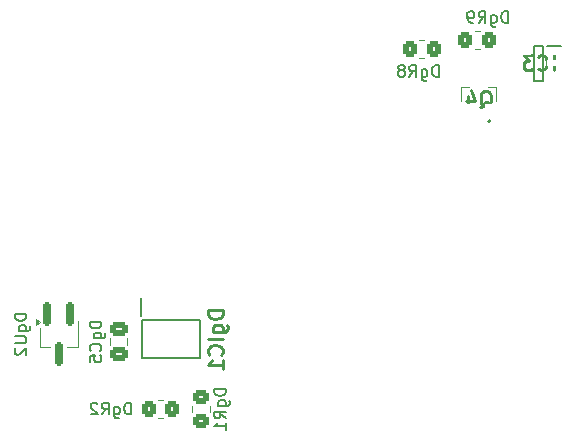
<source format=gbo>
%TF.GenerationSoftware,KiCad,Pcbnew,8.0.8*%
%TF.CreationDate,2025-04-29T10:44:01+09:00*%
%TF.ProjectId,mainBorad_R1,6d61696e-426f-4726-9164-5f52312e6b69,rev?*%
%TF.SameCoordinates,Original*%
%TF.FileFunction,Legend,Bot*%
%TF.FilePolarity,Positive*%
%FSLAX46Y46*%
G04 Gerber Fmt 4.6, Leading zero omitted, Abs format (unit mm)*
G04 Created by KiCad (PCBNEW 8.0.8) date 2025-04-29 10:44:01*
%MOMM*%
%LPD*%
G01*
G04 APERTURE LIST*
G04 Aperture macros list*
%AMRoundRect*
0 Rectangle with rounded corners*
0 $1 Rounding radius*
0 $2 $3 $4 $5 $6 $7 $8 $9 X,Y pos of 4 corners*
0 Add a 4 corners polygon primitive as box body*
4,1,4,$2,$3,$4,$5,$6,$7,$8,$9,$2,$3,0*
0 Add four circle primitives for the rounded corners*
1,1,$1+$1,$2,$3*
1,1,$1+$1,$4,$5*
1,1,$1+$1,$6,$7*
1,1,$1+$1,$8,$9*
0 Add four rect primitives between the rounded corners*
20,1,$1+$1,$2,$3,$4,$5,0*
20,1,$1+$1,$4,$5,$6,$7,0*
20,1,$1+$1,$6,$7,$8,$9,0*
20,1,$1+$1,$8,$9,$2,$3,0*%
G04 Aperture macros list end*
%ADD10C,0.254000*%
%ADD11C,0.150000*%
%ADD12C,0.200000*%
%ADD13C,0.100000*%
%ADD14C,0.120000*%
%ADD15R,0.950000X1.000000*%
%ADD16R,1.305000X1.305000*%
%ADD17C,1.305000*%
%ADD18R,1.150000X0.600000*%
%ADD19C,2.450000*%
%ADD20C,2.300000*%
%ADD21C,1.600000*%
%ADD22O,1.600000X1.600000*%
%ADD23R,1.600000X1.600000*%
%ADD24R,1.600000X2.400000*%
%ADD25O,1.600000X2.400000*%
%ADD26R,1.217000X1.217000*%
%ADD27C,1.217000*%
%ADD28R,1.800000X1.800000*%
%ADD29O,1.800000X1.800000*%
%ADD30C,1.800000*%
%ADD31C,4.455000*%
%ADD32R,1.100000X1.800000*%
%ADD33RoundRect,0.275000X-0.275000X-0.625000X0.275000X-0.625000X0.275000X0.625000X-0.275000X0.625000X0*%
%ADD34R,1.200000X1.200000*%
%ADD35C,1.200000*%
%ADD36R,2.400000X1.600000*%
%ADD37O,2.400000X1.600000*%
%ADD38R,1.700000X1.700000*%
%ADD39O,1.700000X1.700000*%
%ADD40R,1.800000X1.100000*%
%ADD41RoundRect,0.275000X-0.625000X0.275000X-0.625000X-0.275000X0.625000X-0.275000X0.625000X0.275000X0*%
%ADD42C,1.635000*%
%ADD43R,2.200000X2.200000*%
%ADD44O,2.200000X2.200000*%
%ADD45RoundRect,0.275000X0.625000X-0.275000X0.625000X0.275000X-0.625000X0.275000X-0.625000X-0.275000X0*%
%ADD46RoundRect,0.275000X0.275000X0.625000X-0.275000X0.625000X-0.275000X-0.625000X0.275000X-0.625000X0*%
%ADD47RoundRect,0.250000X-0.600000X-0.725000X0.600000X-0.725000X0.600000X0.725000X-0.600000X0.725000X0*%
%ADD48O,1.700000X1.950000*%
%ADD49R,2.250000X2.250000*%
%ADD50C,2.250000*%
%ADD51R,1.500000X1.500000*%
%ADD52C,1.500000*%
%ADD53C,4.350000*%
%ADD54C,2.400000*%
%ADD55C,1.575000*%
%ADD56C,3.500000*%
%ADD57R,2.000000X1.905000*%
%ADD58O,2.000000X1.905000*%
%ADD59R,3.500000X3.500000*%
%ADD60RoundRect,0.750000X-1.000000X0.750000X-1.000000X-0.750000X1.000000X-0.750000X1.000000X0.750000X0*%
%ADD61RoundRect,0.875000X-0.875000X0.875000X-0.875000X-0.875000X0.875000X-0.875000X0.875000X0.875000X0*%
%ADD62R,2.000000X2.000000*%
%ADD63C,2.000000*%
%ADD64RoundRect,0.250000X0.350000X0.450000X-0.350000X0.450000X-0.350000X-0.450000X0.350000X-0.450000X0*%
%ADD65RoundRect,0.250000X0.450000X-0.350000X0.450000X0.350000X-0.450000X0.350000X-0.450000X-0.350000X0*%
%ADD66RoundRect,0.250000X0.475000X-0.337500X0.475000X0.337500X-0.475000X0.337500X-0.475000X-0.337500X0*%
%ADD67RoundRect,0.250000X-0.350000X-0.450000X0.350000X-0.450000X0.350000X0.450000X-0.350000X0.450000X0*%
%ADD68RoundRect,0.175000X-0.175000X0.825000X-0.175000X-0.825000X0.175000X-0.825000X0.175000X0.825000X0*%
%ADD69R,0.650000X1.551000*%
G04 APERTURE END LIST*
D10*
X112515952Y-44950270D02*
X112636904Y-44889794D01*
X112636904Y-44889794D02*
X112757857Y-44768842D01*
X112757857Y-44768842D02*
X112939285Y-44587413D01*
X112939285Y-44587413D02*
X113060238Y-44526937D01*
X113060238Y-44526937D02*
X113181190Y-44526937D01*
X113120714Y-44829318D02*
X113241666Y-44768842D01*
X113241666Y-44768842D02*
X113362619Y-44647889D01*
X113362619Y-44647889D02*
X113423095Y-44405984D01*
X113423095Y-44405984D02*
X113423095Y-43982651D01*
X113423095Y-43982651D02*
X113362619Y-43740746D01*
X113362619Y-43740746D02*
X113241666Y-43619794D01*
X113241666Y-43619794D02*
X113120714Y-43559318D01*
X113120714Y-43559318D02*
X112878809Y-43559318D01*
X112878809Y-43559318D02*
X112757857Y-43619794D01*
X112757857Y-43619794D02*
X112636904Y-43740746D01*
X112636904Y-43740746D02*
X112576428Y-43982651D01*
X112576428Y-43982651D02*
X112576428Y-44405984D01*
X112576428Y-44405984D02*
X112636904Y-44647889D01*
X112636904Y-44647889D02*
X112757857Y-44768842D01*
X112757857Y-44768842D02*
X112878809Y-44829318D01*
X112878809Y-44829318D02*
X113120714Y-44829318D01*
X111487857Y-43982651D02*
X111487857Y-44829318D01*
X111790238Y-43498842D02*
X112092619Y-44405984D01*
X112092619Y-44405984D02*
X111306428Y-44405984D01*
X118744762Y-41789318D02*
X118744762Y-40519318D01*
X117414285Y-41668365D02*
X117474761Y-41728842D01*
X117474761Y-41728842D02*
X117656190Y-41789318D01*
X117656190Y-41789318D02*
X117777142Y-41789318D01*
X117777142Y-41789318D02*
X117958571Y-41728842D01*
X117958571Y-41728842D02*
X118079523Y-41607889D01*
X118079523Y-41607889D02*
X118140000Y-41486937D01*
X118140000Y-41486937D02*
X118200476Y-41245032D01*
X118200476Y-41245032D02*
X118200476Y-41063603D01*
X118200476Y-41063603D02*
X118140000Y-40821699D01*
X118140000Y-40821699D02*
X118079523Y-40700746D01*
X118079523Y-40700746D02*
X117958571Y-40579794D01*
X117958571Y-40579794D02*
X117777142Y-40519318D01*
X117777142Y-40519318D02*
X117656190Y-40519318D01*
X117656190Y-40519318D02*
X117474761Y-40579794D01*
X117474761Y-40579794D02*
X117414285Y-40640270D01*
X116990952Y-40519318D02*
X116204761Y-40519318D01*
X116204761Y-40519318D02*
X116628095Y-41003127D01*
X116628095Y-41003127D02*
X116446666Y-41003127D01*
X116446666Y-41003127D02*
X116325714Y-41063603D01*
X116325714Y-41063603D02*
X116265238Y-41124080D01*
X116265238Y-41124080D02*
X116204761Y-41245032D01*
X116204761Y-41245032D02*
X116204761Y-41547413D01*
X116204761Y-41547413D02*
X116265238Y-41668365D01*
X116265238Y-41668365D02*
X116325714Y-41728842D01*
X116325714Y-41728842D02*
X116446666Y-41789318D01*
X116446666Y-41789318D02*
X116809523Y-41789318D01*
X116809523Y-41789318D02*
X116930476Y-41728842D01*
X116930476Y-41728842D02*
X116990952Y-41668365D01*
D11*
X109005475Y-42364819D02*
X109005475Y-41364819D01*
X109005475Y-41364819D02*
X108767380Y-41364819D01*
X108767380Y-41364819D02*
X108624523Y-41412438D01*
X108624523Y-41412438D02*
X108529285Y-41507676D01*
X108529285Y-41507676D02*
X108481666Y-41602914D01*
X108481666Y-41602914D02*
X108434047Y-41793390D01*
X108434047Y-41793390D02*
X108434047Y-41936247D01*
X108434047Y-41936247D02*
X108481666Y-42126723D01*
X108481666Y-42126723D02*
X108529285Y-42221961D01*
X108529285Y-42221961D02*
X108624523Y-42317200D01*
X108624523Y-42317200D02*
X108767380Y-42364819D01*
X108767380Y-42364819D02*
X109005475Y-42364819D01*
X107576904Y-41698152D02*
X107576904Y-42507676D01*
X107576904Y-42507676D02*
X107624523Y-42602914D01*
X107624523Y-42602914D02*
X107672142Y-42650533D01*
X107672142Y-42650533D02*
X107767380Y-42698152D01*
X107767380Y-42698152D02*
X107910237Y-42698152D01*
X107910237Y-42698152D02*
X108005475Y-42650533D01*
X107576904Y-42317200D02*
X107672142Y-42364819D01*
X107672142Y-42364819D02*
X107862618Y-42364819D01*
X107862618Y-42364819D02*
X107957856Y-42317200D01*
X107957856Y-42317200D02*
X108005475Y-42269580D01*
X108005475Y-42269580D02*
X108053094Y-42174342D01*
X108053094Y-42174342D02*
X108053094Y-41888628D01*
X108053094Y-41888628D02*
X108005475Y-41793390D01*
X108005475Y-41793390D02*
X107957856Y-41745771D01*
X107957856Y-41745771D02*
X107862618Y-41698152D01*
X107862618Y-41698152D02*
X107672142Y-41698152D01*
X107672142Y-41698152D02*
X107576904Y-41745771D01*
X106529285Y-42364819D02*
X106862618Y-41888628D01*
X107100713Y-42364819D02*
X107100713Y-41364819D01*
X107100713Y-41364819D02*
X106719761Y-41364819D01*
X106719761Y-41364819D02*
X106624523Y-41412438D01*
X106624523Y-41412438D02*
X106576904Y-41460057D01*
X106576904Y-41460057D02*
X106529285Y-41555295D01*
X106529285Y-41555295D02*
X106529285Y-41698152D01*
X106529285Y-41698152D02*
X106576904Y-41793390D01*
X106576904Y-41793390D02*
X106624523Y-41841009D01*
X106624523Y-41841009D02*
X106719761Y-41888628D01*
X106719761Y-41888628D02*
X107100713Y-41888628D01*
X105957856Y-41793390D02*
X106053094Y-41745771D01*
X106053094Y-41745771D02*
X106100713Y-41698152D01*
X106100713Y-41698152D02*
X106148332Y-41602914D01*
X106148332Y-41602914D02*
X106148332Y-41555295D01*
X106148332Y-41555295D02*
X106100713Y-41460057D01*
X106100713Y-41460057D02*
X106053094Y-41412438D01*
X106053094Y-41412438D02*
X105957856Y-41364819D01*
X105957856Y-41364819D02*
X105767380Y-41364819D01*
X105767380Y-41364819D02*
X105672142Y-41412438D01*
X105672142Y-41412438D02*
X105624523Y-41460057D01*
X105624523Y-41460057D02*
X105576904Y-41555295D01*
X105576904Y-41555295D02*
X105576904Y-41602914D01*
X105576904Y-41602914D02*
X105624523Y-41698152D01*
X105624523Y-41698152D02*
X105672142Y-41745771D01*
X105672142Y-41745771D02*
X105767380Y-41793390D01*
X105767380Y-41793390D02*
X105957856Y-41793390D01*
X105957856Y-41793390D02*
X106053094Y-41841009D01*
X106053094Y-41841009D02*
X106100713Y-41888628D01*
X106100713Y-41888628D02*
X106148332Y-41983866D01*
X106148332Y-41983866D02*
X106148332Y-42174342D01*
X106148332Y-42174342D02*
X106100713Y-42269580D01*
X106100713Y-42269580D02*
X106053094Y-42317200D01*
X106053094Y-42317200D02*
X105957856Y-42364819D01*
X105957856Y-42364819D02*
X105767380Y-42364819D01*
X105767380Y-42364819D02*
X105672142Y-42317200D01*
X105672142Y-42317200D02*
X105624523Y-42269580D01*
X105624523Y-42269580D02*
X105576904Y-42174342D01*
X105576904Y-42174342D02*
X105576904Y-41983866D01*
X105576904Y-41983866D02*
X105624523Y-41888628D01*
X105624523Y-41888628D02*
X105672142Y-41841009D01*
X105672142Y-41841009D02*
X105767380Y-41793390D01*
X91004819Y-68794524D02*
X90004819Y-68794524D01*
X90004819Y-68794524D02*
X90004819Y-69032619D01*
X90004819Y-69032619D02*
X90052438Y-69175476D01*
X90052438Y-69175476D02*
X90147676Y-69270714D01*
X90147676Y-69270714D02*
X90242914Y-69318333D01*
X90242914Y-69318333D02*
X90433390Y-69365952D01*
X90433390Y-69365952D02*
X90576247Y-69365952D01*
X90576247Y-69365952D02*
X90766723Y-69318333D01*
X90766723Y-69318333D02*
X90861961Y-69270714D01*
X90861961Y-69270714D02*
X90957200Y-69175476D01*
X90957200Y-69175476D02*
X91004819Y-69032619D01*
X91004819Y-69032619D02*
X91004819Y-68794524D01*
X90338152Y-70223095D02*
X91147676Y-70223095D01*
X91147676Y-70223095D02*
X91242914Y-70175476D01*
X91242914Y-70175476D02*
X91290533Y-70127857D01*
X91290533Y-70127857D02*
X91338152Y-70032619D01*
X91338152Y-70032619D02*
X91338152Y-69889762D01*
X91338152Y-69889762D02*
X91290533Y-69794524D01*
X90957200Y-70223095D02*
X91004819Y-70127857D01*
X91004819Y-70127857D02*
X91004819Y-69937381D01*
X91004819Y-69937381D02*
X90957200Y-69842143D01*
X90957200Y-69842143D02*
X90909580Y-69794524D01*
X90909580Y-69794524D02*
X90814342Y-69746905D01*
X90814342Y-69746905D02*
X90528628Y-69746905D01*
X90528628Y-69746905D02*
X90433390Y-69794524D01*
X90433390Y-69794524D02*
X90385771Y-69842143D01*
X90385771Y-69842143D02*
X90338152Y-69937381D01*
X90338152Y-69937381D02*
X90338152Y-70127857D01*
X90338152Y-70127857D02*
X90385771Y-70223095D01*
X91004819Y-71270714D02*
X90528628Y-70937381D01*
X91004819Y-70699286D02*
X90004819Y-70699286D01*
X90004819Y-70699286D02*
X90004819Y-71080238D01*
X90004819Y-71080238D02*
X90052438Y-71175476D01*
X90052438Y-71175476D02*
X90100057Y-71223095D01*
X90100057Y-71223095D02*
X90195295Y-71270714D01*
X90195295Y-71270714D02*
X90338152Y-71270714D01*
X90338152Y-71270714D02*
X90433390Y-71223095D01*
X90433390Y-71223095D02*
X90481009Y-71175476D01*
X90481009Y-71175476D02*
X90528628Y-71080238D01*
X90528628Y-71080238D02*
X90528628Y-70699286D01*
X91004819Y-72223095D02*
X91004819Y-71651667D01*
X91004819Y-71937381D02*
X90004819Y-71937381D01*
X90004819Y-71937381D02*
X90147676Y-71842143D01*
X90147676Y-71842143D02*
X90242914Y-71746905D01*
X90242914Y-71746905D02*
X90290533Y-71651667D01*
X80464819Y-63079524D02*
X79464819Y-63079524D01*
X79464819Y-63079524D02*
X79464819Y-63317619D01*
X79464819Y-63317619D02*
X79512438Y-63460476D01*
X79512438Y-63460476D02*
X79607676Y-63555714D01*
X79607676Y-63555714D02*
X79702914Y-63603333D01*
X79702914Y-63603333D02*
X79893390Y-63650952D01*
X79893390Y-63650952D02*
X80036247Y-63650952D01*
X80036247Y-63650952D02*
X80226723Y-63603333D01*
X80226723Y-63603333D02*
X80321961Y-63555714D01*
X80321961Y-63555714D02*
X80417200Y-63460476D01*
X80417200Y-63460476D02*
X80464819Y-63317619D01*
X80464819Y-63317619D02*
X80464819Y-63079524D01*
X79798152Y-64508095D02*
X80607676Y-64508095D01*
X80607676Y-64508095D02*
X80702914Y-64460476D01*
X80702914Y-64460476D02*
X80750533Y-64412857D01*
X80750533Y-64412857D02*
X80798152Y-64317619D01*
X80798152Y-64317619D02*
X80798152Y-64174762D01*
X80798152Y-64174762D02*
X80750533Y-64079524D01*
X80417200Y-64508095D02*
X80464819Y-64412857D01*
X80464819Y-64412857D02*
X80464819Y-64222381D01*
X80464819Y-64222381D02*
X80417200Y-64127143D01*
X80417200Y-64127143D02*
X80369580Y-64079524D01*
X80369580Y-64079524D02*
X80274342Y-64031905D01*
X80274342Y-64031905D02*
X79988628Y-64031905D01*
X79988628Y-64031905D02*
X79893390Y-64079524D01*
X79893390Y-64079524D02*
X79845771Y-64127143D01*
X79845771Y-64127143D02*
X79798152Y-64222381D01*
X79798152Y-64222381D02*
X79798152Y-64412857D01*
X79798152Y-64412857D02*
X79845771Y-64508095D01*
X80369580Y-65555714D02*
X80417200Y-65508095D01*
X80417200Y-65508095D02*
X80464819Y-65365238D01*
X80464819Y-65365238D02*
X80464819Y-65270000D01*
X80464819Y-65270000D02*
X80417200Y-65127143D01*
X80417200Y-65127143D02*
X80321961Y-65031905D01*
X80321961Y-65031905D02*
X80226723Y-64984286D01*
X80226723Y-64984286D02*
X80036247Y-64936667D01*
X80036247Y-64936667D02*
X79893390Y-64936667D01*
X79893390Y-64936667D02*
X79702914Y-64984286D01*
X79702914Y-64984286D02*
X79607676Y-65031905D01*
X79607676Y-65031905D02*
X79512438Y-65127143D01*
X79512438Y-65127143D02*
X79464819Y-65270000D01*
X79464819Y-65270000D02*
X79464819Y-65365238D01*
X79464819Y-65365238D02*
X79512438Y-65508095D01*
X79512438Y-65508095D02*
X79560057Y-65555714D01*
X79464819Y-66460476D02*
X79464819Y-65984286D01*
X79464819Y-65984286D02*
X79941009Y-65936667D01*
X79941009Y-65936667D02*
X79893390Y-65984286D01*
X79893390Y-65984286D02*
X79845771Y-66079524D01*
X79845771Y-66079524D02*
X79845771Y-66317619D01*
X79845771Y-66317619D02*
X79893390Y-66412857D01*
X79893390Y-66412857D02*
X79941009Y-66460476D01*
X79941009Y-66460476D02*
X80036247Y-66508095D01*
X80036247Y-66508095D02*
X80274342Y-66508095D01*
X80274342Y-66508095D02*
X80369580Y-66460476D01*
X80369580Y-66460476D02*
X80417200Y-66412857D01*
X80417200Y-66412857D02*
X80464819Y-66317619D01*
X80464819Y-66317619D02*
X80464819Y-66079524D01*
X80464819Y-66079524D02*
X80417200Y-65984286D01*
X80417200Y-65984286D02*
X80369580Y-65936667D01*
X82970475Y-70939819D02*
X82970475Y-69939819D01*
X82970475Y-69939819D02*
X82732380Y-69939819D01*
X82732380Y-69939819D02*
X82589523Y-69987438D01*
X82589523Y-69987438D02*
X82494285Y-70082676D01*
X82494285Y-70082676D02*
X82446666Y-70177914D01*
X82446666Y-70177914D02*
X82399047Y-70368390D01*
X82399047Y-70368390D02*
X82399047Y-70511247D01*
X82399047Y-70511247D02*
X82446666Y-70701723D01*
X82446666Y-70701723D02*
X82494285Y-70796961D01*
X82494285Y-70796961D02*
X82589523Y-70892200D01*
X82589523Y-70892200D02*
X82732380Y-70939819D01*
X82732380Y-70939819D02*
X82970475Y-70939819D01*
X81541904Y-70273152D02*
X81541904Y-71082676D01*
X81541904Y-71082676D02*
X81589523Y-71177914D01*
X81589523Y-71177914D02*
X81637142Y-71225533D01*
X81637142Y-71225533D02*
X81732380Y-71273152D01*
X81732380Y-71273152D02*
X81875237Y-71273152D01*
X81875237Y-71273152D02*
X81970475Y-71225533D01*
X81541904Y-70892200D02*
X81637142Y-70939819D01*
X81637142Y-70939819D02*
X81827618Y-70939819D01*
X81827618Y-70939819D02*
X81922856Y-70892200D01*
X81922856Y-70892200D02*
X81970475Y-70844580D01*
X81970475Y-70844580D02*
X82018094Y-70749342D01*
X82018094Y-70749342D02*
X82018094Y-70463628D01*
X82018094Y-70463628D02*
X81970475Y-70368390D01*
X81970475Y-70368390D02*
X81922856Y-70320771D01*
X81922856Y-70320771D02*
X81827618Y-70273152D01*
X81827618Y-70273152D02*
X81637142Y-70273152D01*
X81637142Y-70273152D02*
X81541904Y-70320771D01*
X80494285Y-70939819D02*
X80827618Y-70463628D01*
X81065713Y-70939819D02*
X81065713Y-69939819D01*
X81065713Y-69939819D02*
X80684761Y-69939819D01*
X80684761Y-69939819D02*
X80589523Y-69987438D01*
X80589523Y-69987438D02*
X80541904Y-70035057D01*
X80541904Y-70035057D02*
X80494285Y-70130295D01*
X80494285Y-70130295D02*
X80494285Y-70273152D01*
X80494285Y-70273152D02*
X80541904Y-70368390D01*
X80541904Y-70368390D02*
X80589523Y-70416009D01*
X80589523Y-70416009D02*
X80684761Y-70463628D01*
X80684761Y-70463628D02*
X81065713Y-70463628D01*
X80113332Y-70035057D02*
X80065713Y-69987438D01*
X80065713Y-69987438D02*
X79970475Y-69939819D01*
X79970475Y-69939819D02*
X79732380Y-69939819D01*
X79732380Y-69939819D02*
X79637142Y-69987438D01*
X79637142Y-69987438D02*
X79589523Y-70035057D01*
X79589523Y-70035057D02*
X79541904Y-70130295D01*
X79541904Y-70130295D02*
X79541904Y-70225533D01*
X79541904Y-70225533D02*
X79589523Y-70368390D01*
X79589523Y-70368390D02*
X80160951Y-70939819D01*
X80160951Y-70939819D02*
X79541904Y-70939819D01*
X74114819Y-62420714D02*
X73114819Y-62420714D01*
X73114819Y-62420714D02*
X73114819Y-62658809D01*
X73114819Y-62658809D02*
X73162438Y-62801666D01*
X73162438Y-62801666D02*
X73257676Y-62896904D01*
X73257676Y-62896904D02*
X73352914Y-62944523D01*
X73352914Y-62944523D02*
X73543390Y-62992142D01*
X73543390Y-62992142D02*
X73686247Y-62992142D01*
X73686247Y-62992142D02*
X73876723Y-62944523D01*
X73876723Y-62944523D02*
X73971961Y-62896904D01*
X73971961Y-62896904D02*
X74067200Y-62801666D01*
X74067200Y-62801666D02*
X74114819Y-62658809D01*
X74114819Y-62658809D02*
X74114819Y-62420714D01*
X73448152Y-63849285D02*
X74257676Y-63849285D01*
X74257676Y-63849285D02*
X74352914Y-63801666D01*
X74352914Y-63801666D02*
X74400533Y-63754047D01*
X74400533Y-63754047D02*
X74448152Y-63658809D01*
X74448152Y-63658809D02*
X74448152Y-63515952D01*
X74448152Y-63515952D02*
X74400533Y-63420714D01*
X74067200Y-63849285D02*
X74114819Y-63754047D01*
X74114819Y-63754047D02*
X74114819Y-63563571D01*
X74114819Y-63563571D02*
X74067200Y-63468333D01*
X74067200Y-63468333D02*
X74019580Y-63420714D01*
X74019580Y-63420714D02*
X73924342Y-63373095D01*
X73924342Y-63373095D02*
X73638628Y-63373095D01*
X73638628Y-63373095D02*
X73543390Y-63420714D01*
X73543390Y-63420714D02*
X73495771Y-63468333D01*
X73495771Y-63468333D02*
X73448152Y-63563571D01*
X73448152Y-63563571D02*
X73448152Y-63754047D01*
X73448152Y-63754047D02*
X73495771Y-63849285D01*
X73114819Y-64325476D02*
X73924342Y-64325476D01*
X73924342Y-64325476D02*
X74019580Y-64373095D01*
X74019580Y-64373095D02*
X74067200Y-64420714D01*
X74067200Y-64420714D02*
X74114819Y-64515952D01*
X74114819Y-64515952D02*
X74114819Y-64706428D01*
X74114819Y-64706428D02*
X74067200Y-64801666D01*
X74067200Y-64801666D02*
X74019580Y-64849285D01*
X74019580Y-64849285D02*
X73924342Y-64896904D01*
X73924342Y-64896904D02*
X73114819Y-64896904D01*
X73210057Y-65325476D02*
X73162438Y-65373095D01*
X73162438Y-65373095D02*
X73114819Y-65468333D01*
X73114819Y-65468333D02*
X73114819Y-65706428D01*
X73114819Y-65706428D02*
X73162438Y-65801666D01*
X73162438Y-65801666D02*
X73210057Y-65849285D01*
X73210057Y-65849285D02*
X73305295Y-65896904D01*
X73305295Y-65896904D02*
X73400533Y-65896904D01*
X73400533Y-65896904D02*
X73543390Y-65849285D01*
X73543390Y-65849285D02*
X74114819Y-65277857D01*
X74114819Y-65277857D02*
X74114819Y-65896904D01*
D10*
X90744318Y-62128213D02*
X89474318Y-62128213D01*
X89474318Y-62128213D02*
X89474318Y-62430594D01*
X89474318Y-62430594D02*
X89534794Y-62612023D01*
X89534794Y-62612023D02*
X89655746Y-62732975D01*
X89655746Y-62732975D02*
X89776699Y-62793452D01*
X89776699Y-62793452D02*
X90018603Y-62853928D01*
X90018603Y-62853928D02*
X90200032Y-62853928D01*
X90200032Y-62853928D02*
X90441937Y-62793452D01*
X90441937Y-62793452D02*
X90562889Y-62732975D01*
X90562889Y-62732975D02*
X90683842Y-62612023D01*
X90683842Y-62612023D02*
X90744318Y-62430594D01*
X90744318Y-62430594D02*
X90744318Y-62128213D01*
X89897651Y-63942499D02*
X90925746Y-63942499D01*
X90925746Y-63942499D02*
X91046699Y-63882023D01*
X91046699Y-63882023D02*
X91107175Y-63821547D01*
X91107175Y-63821547D02*
X91167651Y-63700594D01*
X91167651Y-63700594D02*
X91167651Y-63519166D01*
X91167651Y-63519166D02*
X91107175Y-63398213D01*
X90683842Y-63942499D02*
X90744318Y-63821547D01*
X90744318Y-63821547D02*
X90744318Y-63579642D01*
X90744318Y-63579642D02*
X90683842Y-63458690D01*
X90683842Y-63458690D02*
X90623365Y-63398213D01*
X90623365Y-63398213D02*
X90502413Y-63337737D01*
X90502413Y-63337737D02*
X90139556Y-63337737D01*
X90139556Y-63337737D02*
X90018603Y-63398213D01*
X90018603Y-63398213D02*
X89958127Y-63458690D01*
X89958127Y-63458690D02*
X89897651Y-63579642D01*
X89897651Y-63579642D02*
X89897651Y-63821547D01*
X89897651Y-63821547D02*
X89958127Y-63942499D01*
X90744318Y-64547261D02*
X89474318Y-64547261D01*
X90623365Y-65877738D02*
X90683842Y-65817262D01*
X90683842Y-65817262D02*
X90744318Y-65635833D01*
X90744318Y-65635833D02*
X90744318Y-65514881D01*
X90744318Y-65514881D02*
X90683842Y-65333452D01*
X90683842Y-65333452D02*
X90562889Y-65212500D01*
X90562889Y-65212500D02*
X90441937Y-65152023D01*
X90441937Y-65152023D02*
X90200032Y-65091547D01*
X90200032Y-65091547D02*
X90018603Y-65091547D01*
X90018603Y-65091547D02*
X89776699Y-65152023D01*
X89776699Y-65152023D02*
X89655746Y-65212500D01*
X89655746Y-65212500D02*
X89534794Y-65333452D01*
X89534794Y-65333452D02*
X89474318Y-65514881D01*
X89474318Y-65514881D02*
X89474318Y-65635833D01*
X89474318Y-65635833D02*
X89534794Y-65817262D01*
X89534794Y-65817262D02*
X89595270Y-65877738D01*
X90744318Y-67087262D02*
X90744318Y-66361547D01*
X90744318Y-66724404D02*
X89474318Y-66724404D01*
X89474318Y-66724404D02*
X89655746Y-66603452D01*
X89655746Y-66603452D02*
X89776699Y-66482500D01*
X89776699Y-66482500D02*
X89837175Y-66361547D01*
D11*
X114879475Y-37792819D02*
X114879475Y-36792819D01*
X114879475Y-36792819D02*
X114641380Y-36792819D01*
X114641380Y-36792819D02*
X114498523Y-36840438D01*
X114498523Y-36840438D02*
X114403285Y-36935676D01*
X114403285Y-36935676D02*
X114355666Y-37030914D01*
X114355666Y-37030914D02*
X114308047Y-37221390D01*
X114308047Y-37221390D02*
X114308047Y-37364247D01*
X114308047Y-37364247D02*
X114355666Y-37554723D01*
X114355666Y-37554723D02*
X114403285Y-37649961D01*
X114403285Y-37649961D02*
X114498523Y-37745200D01*
X114498523Y-37745200D02*
X114641380Y-37792819D01*
X114641380Y-37792819D02*
X114879475Y-37792819D01*
X113450904Y-37126152D02*
X113450904Y-37935676D01*
X113450904Y-37935676D02*
X113498523Y-38030914D01*
X113498523Y-38030914D02*
X113546142Y-38078533D01*
X113546142Y-38078533D02*
X113641380Y-38126152D01*
X113641380Y-38126152D02*
X113784237Y-38126152D01*
X113784237Y-38126152D02*
X113879475Y-38078533D01*
X113450904Y-37745200D02*
X113546142Y-37792819D01*
X113546142Y-37792819D02*
X113736618Y-37792819D01*
X113736618Y-37792819D02*
X113831856Y-37745200D01*
X113831856Y-37745200D02*
X113879475Y-37697580D01*
X113879475Y-37697580D02*
X113927094Y-37602342D01*
X113927094Y-37602342D02*
X113927094Y-37316628D01*
X113927094Y-37316628D02*
X113879475Y-37221390D01*
X113879475Y-37221390D02*
X113831856Y-37173771D01*
X113831856Y-37173771D02*
X113736618Y-37126152D01*
X113736618Y-37126152D02*
X113546142Y-37126152D01*
X113546142Y-37126152D02*
X113450904Y-37173771D01*
X112403285Y-37792819D02*
X112736618Y-37316628D01*
X112974713Y-37792819D02*
X112974713Y-36792819D01*
X112974713Y-36792819D02*
X112593761Y-36792819D01*
X112593761Y-36792819D02*
X112498523Y-36840438D01*
X112498523Y-36840438D02*
X112450904Y-36888057D01*
X112450904Y-36888057D02*
X112403285Y-36983295D01*
X112403285Y-36983295D02*
X112403285Y-37126152D01*
X112403285Y-37126152D02*
X112450904Y-37221390D01*
X112450904Y-37221390D02*
X112498523Y-37269009D01*
X112498523Y-37269009D02*
X112593761Y-37316628D01*
X112593761Y-37316628D02*
X112974713Y-37316628D01*
X111927094Y-37792819D02*
X111736618Y-37792819D01*
X111736618Y-37792819D02*
X111641380Y-37745200D01*
X111641380Y-37745200D02*
X111593761Y-37697580D01*
X111593761Y-37697580D02*
X111498523Y-37554723D01*
X111498523Y-37554723D02*
X111450904Y-37364247D01*
X111450904Y-37364247D02*
X111450904Y-36983295D01*
X111450904Y-36983295D02*
X111498523Y-36888057D01*
X111498523Y-36888057D02*
X111546142Y-36840438D01*
X111546142Y-36840438D02*
X111641380Y-36792819D01*
X111641380Y-36792819D02*
X111831856Y-36792819D01*
X111831856Y-36792819D02*
X111927094Y-36840438D01*
X111927094Y-36840438D02*
X111974713Y-36888057D01*
X111974713Y-36888057D02*
X112022332Y-36983295D01*
X112022332Y-36983295D02*
X112022332Y-37221390D01*
X112022332Y-37221390D02*
X111974713Y-37316628D01*
X111974713Y-37316628D02*
X111927094Y-37364247D01*
X111927094Y-37364247D02*
X111831856Y-37411866D01*
X111831856Y-37411866D02*
X111641380Y-37411866D01*
X111641380Y-37411866D02*
X111546142Y-37364247D01*
X111546142Y-37364247D02*
X111498523Y-37316628D01*
X111498523Y-37316628D02*
X111450904Y-37221390D01*
D12*
%TO.C,Q4*%
X113395000Y-46105000D02*
X113395000Y-46105000D01*
X113195000Y-46105000D02*
X113195000Y-46105000D01*
D13*
X113845000Y-43255000D02*
X113845000Y-44405000D01*
X113195000Y-43255000D02*
X113845000Y-43255000D01*
X110945000Y-43255000D02*
X111595000Y-43255000D01*
X110945000Y-44405000D02*
X110945000Y-43255000D01*
D12*
X113395000Y-46105000D02*
G75*
G02*
X113195000Y-46105000I-100000J0D01*
G01*
X113195000Y-46105000D02*
G75*
G02*
X113395000Y-46105000I100000J0D01*
G01*
%TO.C,IC3*%
X117130000Y-39715000D02*
X117880000Y-39715000D01*
X117130000Y-42715000D02*
X117130000Y-39715000D01*
X117880000Y-42715000D02*
X117130000Y-42715000D01*
X117880000Y-39715000D02*
X117880000Y-42715000D01*
X118230000Y-39715000D02*
X119380000Y-39715000D01*
D14*
%TO.C,DgR8*%
X107357936Y-39270000D02*
X107812064Y-39270000D01*
X107357936Y-40740000D02*
X107812064Y-40740000D01*
%TO.C,DgR1*%
X88165000Y-70257936D02*
X88165000Y-70712064D01*
X89635000Y-70257936D02*
X89635000Y-70712064D01*
%TO.C,DgC5*%
X81180000Y-64508748D02*
X81180000Y-65031252D01*
X82650000Y-64508748D02*
X82650000Y-65031252D01*
%TO.C,DgR2*%
X85682064Y-69750000D02*
X85227936Y-69750000D01*
X85682064Y-71220000D02*
X85227936Y-71220000D01*
%TO.C,DgU2*%
X75225000Y-65210000D02*
X75225000Y-63610000D01*
X76135000Y-65210000D02*
X75235000Y-65210000D01*
X78445000Y-65210000D02*
X77535000Y-65210000D01*
X78445000Y-65210000D02*
X78445000Y-63060000D01*
X75275000Y-63110000D02*
X74945000Y-63350000D01*
X74945000Y-62870000D01*
X75275000Y-63110000D01*
G36*
X75275000Y-63110000D02*
G01*
X74945000Y-63350000D01*
X74945000Y-62870000D01*
X75275000Y-63110000D01*
G37*
D12*
%TO.C,DgIC1*%
X83780000Y-62628500D02*
X83780000Y-61077500D01*
X83916000Y-62978500D02*
X88804000Y-62978500D01*
X83916000Y-66176500D02*
X83916000Y-62978500D01*
X88804000Y-62978500D02*
X88804000Y-66176500D01*
X88804000Y-66176500D02*
X83916000Y-66176500D01*
D14*
%TO.C,DgR9*%
X112511064Y-38508000D02*
X112056936Y-38508000D01*
X112511064Y-39978000D02*
X112056936Y-39978000D01*
%TD*%
%LPC*%
D15*
%TO.C,Q4*%
X113345000Y-45205000D03*
X111445000Y-45205000D03*
X112395000Y-42805000D03*
%TD*%
D16*
%TO.C,PwIC1*%
X61595000Y-41275000D03*
D17*
X64135000Y-41275000D03*
X66675000Y-41275000D03*
%TD*%
D18*
%TO.C,IC3*%
X118805000Y-40265000D03*
X118805000Y-41215000D03*
X118805000Y-42165000D03*
X116205000Y-42165000D03*
X116205000Y-40265000D03*
%TD*%
D19*
%TO.C,DgJ13*%
X152770000Y-32805000D03*
X152220000Y-27305000D03*
X157720000Y-27305000D03*
D20*
X157170000Y-32805000D03*
%TD*%
D19*
%TO.C,DgJ12*%
X178350000Y-32805000D03*
X177800000Y-27305000D03*
X183300000Y-27305000D03*
D20*
X182750000Y-32805000D03*
%TD*%
D19*
%TO.C,DgJ11*%
X165650000Y-32805000D03*
X165100000Y-27305000D03*
X170600000Y-27305000D03*
D20*
X170050000Y-32805000D03*
%TD*%
D19*
%TO.C,DgJ9*%
X139700000Y-32805000D03*
X139150000Y-27305000D03*
X144650000Y-27305000D03*
D20*
X144100000Y-32805000D03*
%TD*%
D21*
%TO.C,R105*%
X69330000Y-116165000D03*
D22*
X69330000Y-118705000D03*
%TD*%
D21*
%TO.C,R26*%
X168275000Y-120650000D03*
D22*
X165735000Y-120650000D03*
%TD*%
D21*
%TO.C,R70*%
X77470000Y-123375000D03*
D22*
X77470000Y-125915000D03*
%TD*%
D21*
%TO.C,R45*%
X53340000Y-138430000D03*
D22*
X55880000Y-138430000D03*
%TD*%
D23*
%TO.C,C8*%
X217805000Y-96584900D03*
D21*
X217805000Y-99084900D03*
%TD*%
D24*
%TO.C,U1*%
X217790000Y-122555000D03*
D25*
X215250000Y-122555000D03*
X212710000Y-122555000D03*
X210170000Y-122555000D03*
X207630000Y-122555000D03*
X205090000Y-122555000D03*
X202550000Y-122555000D03*
X200010000Y-122555000D03*
X200010000Y-130175000D03*
X202550000Y-130175000D03*
X205090000Y-130175000D03*
X207630000Y-130175000D03*
X210170000Y-130175000D03*
X212710000Y-130175000D03*
X215250000Y-130175000D03*
X217790000Y-130175000D03*
%TD*%
D26*
%TO.C,TM4*%
X34925000Y-139065000D03*
D27*
X34925000Y-136525000D03*
X34925000Y-133985000D03*
%TD*%
D28*
%TO.C,D37*%
X176530000Y-82550000D03*
D29*
X173990000Y-82550000D03*
%TD*%
D26*
%TO.C,TM5*%
X34145000Y-116205000D03*
D27*
X34145000Y-113665000D03*
X34145000Y-111125000D03*
%TD*%
D21*
%TO.C,R22*%
X165960000Y-123825000D03*
D22*
X168500000Y-123825000D03*
%TD*%
D21*
%TO.C,R140*%
X167230000Y-59055000D03*
D22*
X169770000Y-59055000D03*
%TD*%
D21*
%TO.C,R73*%
X92075000Y-116840000D03*
D22*
X92075000Y-119380000D03*
%TD*%
D30*
%TO.C,VR1*%
X153685000Y-67865000D03*
X153685000Y-65365000D03*
X153685000Y-62865000D03*
D31*
X146685000Y-69765000D03*
X146685000Y-60965000D03*
%TD*%
D21*
%TO.C,R93*%
X162560000Y-46130000D03*
D22*
X162560000Y-43590000D03*
%TD*%
D21*
%TO.C,R109*%
X106680000Y-133985000D03*
D22*
X109220000Y-133985000D03*
%TD*%
D32*
%TO.C,Q38*%
X165735000Y-83585000D03*
D33*
X167005000Y-81515000D03*
X168275000Y-83585000D03*
%TD*%
D21*
%TO.C,R152*%
X182245000Y-82550000D03*
D22*
X179705000Y-82550000D03*
%TD*%
D34*
%TO.C,C23*%
X112935000Y-138430000D03*
D35*
X114935000Y-138430000D03*
%TD*%
D21*
%TO.C,C25*%
X139065000Y-116840000D03*
X139065000Y-121840000D03*
%TD*%
%TO.C,R64*%
X85725000Y-128905000D03*
D22*
X83185000Y-128905000D03*
%TD*%
D21*
%TO.C,R35*%
X66900000Y-133350000D03*
D22*
X69440000Y-133350000D03*
%TD*%
D21*
%TO.C,C34*%
X37320000Y-127000000D03*
X32320000Y-127000000D03*
%TD*%
D23*
%TO.C,C20*%
X179295000Y-135160000D03*
D21*
X179295000Y-137160000D03*
%TD*%
%TO.C,R13*%
X198345000Y-118745000D03*
D22*
X198345000Y-116205000D03*
%TD*%
D34*
%TO.C,C72*%
X178975000Y-71120000D03*
D35*
X180975000Y-71120000D03*
%TD*%
D36*
%TO.C,U2*%
X41275000Y-119380000D03*
D37*
X41275000Y-121920000D03*
X41275000Y-124460000D03*
X41275000Y-127000000D03*
X48895000Y-127000000D03*
X48895000Y-124460000D03*
X48895000Y-121920000D03*
X48895000Y-119380000D03*
%TD*%
D21*
%TO.C,R36*%
X53565000Y-133350000D03*
D22*
X56105000Y-133350000D03*
%TD*%
D21*
%TO.C,R14*%
X217790000Y-118745000D03*
D22*
X217790000Y-116205000D03*
%TD*%
D21*
%TO.C,R91*%
X160245000Y-55880000D03*
D22*
X162785000Y-55880000D03*
%TD*%
D21*
%TO.C,R10*%
X214615000Y-118745000D03*
D22*
X214615000Y-116205000D03*
%TD*%
D21*
%TO.C,DgC2*%
X135255000Y-76530000D03*
X135255000Y-71530000D03*
%TD*%
%TO.C,R138*%
X186055000Y-82550000D03*
D22*
X188595000Y-82550000D03*
%TD*%
D38*
%TO.C,J13*%
X68580000Y-109855000D03*
%TD*%
%TO.C,J8*%
X192405000Y-63000000D03*
D39*
X194945000Y-63000000D03*
%TD*%
D40*
%TO.C,Q10*%
X84055000Y-123190000D03*
D41*
X86125000Y-124460000D03*
X84055000Y-125730000D03*
%TD*%
D21*
%TO.C,C19*%
X105410000Y-116205000D03*
X110410000Y-116205000D03*
%TD*%
D26*
%TO.C,TM1*%
X188185000Y-114300000D03*
D27*
X185645000Y-114300000D03*
X183105000Y-114300000D03*
%TD*%
D21*
%TO.C,R103*%
X47625000Y-133350000D03*
D22*
X45085000Y-133350000D03*
%TD*%
D21*
%TO.C,R8*%
X196596000Y-133731000D03*
D22*
X199136000Y-133731000D03*
%TD*%
D40*
%TO.C,Q23*%
X114535000Y-121285000D03*
D41*
X116605000Y-122555000D03*
X114535000Y-123825000D03*
%TD*%
D42*
%TO.C,SW1*%
X34925000Y-96000000D03*
X37465000Y-96000000D03*
X40005000Y-96000000D03*
X32385000Y-96000000D03*
X42545000Y-96000000D03*
%TD*%
D21*
%TO.C,C26*%
X123432600Y-116285000D03*
X123432600Y-121285000D03*
%TD*%
%TO.C,DgR6*%
X135255000Y-60325000D03*
D22*
X135255000Y-57785000D03*
%TD*%
D23*
%TO.C,PwC6*%
X47030000Y-53975000D03*
D21*
X49530000Y-53975000D03*
%TD*%
D43*
%TO.C,PwD1*%
X49312200Y-60325000D03*
D44*
X44232200Y-60325000D03*
%TD*%
D21*
%TO.C,R114*%
X140560000Y-129460000D03*
D22*
X143100000Y-129460000D03*
%TD*%
D21*
%TO.C,PwC3*%
X69810000Y-46990000D03*
X64810000Y-46990000D03*
%TD*%
%TO.C,PwC9*%
X49570000Y-68580000D03*
X54570000Y-68580000D03*
%TD*%
D36*
%TO.C,IC12*%
X176530000Y-38005000D03*
D37*
X176530000Y-40545000D03*
X176530000Y-43085000D03*
X176530000Y-45625000D03*
X176530000Y-48165000D03*
X176530000Y-50705000D03*
X176530000Y-53245000D03*
X184150000Y-53245000D03*
X184150000Y-50705000D03*
X184150000Y-48165000D03*
X184150000Y-45625000D03*
X184150000Y-43085000D03*
X184150000Y-40545000D03*
X184150000Y-38005000D03*
%TD*%
D21*
%TO.C,R63*%
X85725000Y-116840000D03*
D22*
X85725000Y-119380000D03*
%TD*%
D36*
%TO.C,Q21*%
X128157600Y-123190000D03*
D37*
X128157600Y-125730000D03*
X128157600Y-128270000D03*
X135777600Y-128270000D03*
X135777600Y-125730000D03*
X135777600Y-123190000D03*
%TD*%
D21*
%TO.C,R111*%
X142240000Y-125730000D03*
D22*
X139700000Y-125730000D03*
%TD*%
D40*
%TO.C,Q30*%
X169145000Y-50165000D03*
D41*
X171215000Y-51435000D03*
X169145000Y-52705000D03*
%TD*%
D21*
%TO.C,C1*%
X184215000Y-123825000D03*
X189215000Y-123825000D03*
%TD*%
%TO.C,R25*%
X174360000Y-129540000D03*
D22*
X174360000Y-132080000D03*
%TD*%
D28*
%TO.C,D2*%
X162150000Y-123825000D03*
D29*
X159610000Y-123825000D03*
%TD*%
D21*
%TO.C,R16*%
X213545000Y-68580000D03*
D22*
X211005000Y-68580000D03*
%TD*%
D21*
%TO.C,R66*%
X135890000Y-132715000D03*
D22*
X133350000Y-132715000D03*
%TD*%
D21*
%TO.C,R100*%
X46765000Y-106680000D03*
D22*
X44225000Y-106680000D03*
%TD*%
D40*
%TO.C,Q18*%
X122205000Y-139065000D03*
D45*
X120135000Y-137795000D03*
X122205000Y-136525000D03*
%TD*%
D40*
%TO.C,Q8*%
X61995000Y-140335000D03*
D45*
X59925000Y-139065000D03*
X61995000Y-137795000D03*
%TD*%
D34*
%TO.C,C15*%
X120015000Y-144780000D03*
D35*
X122015000Y-144780000D03*
%TD*%
D32*
%TO.C,Q9*%
X91440000Y-129775000D03*
D46*
X90170000Y-131845000D03*
X88900000Y-129775000D03*
%TD*%
D38*
%TO.C,J12*%
X219000000Y-44540000D03*
D39*
X219000000Y-42000000D03*
%TD*%
D34*
%TO.C,C30*%
X141510000Y-110490000D03*
D35*
X143510000Y-110490000D03*
%TD*%
D21*
%TO.C,R150*%
X169545000Y-78105000D03*
D22*
X169545000Y-75565000D03*
%TD*%
D28*
%TO.C,D28*%
X188595000Y-51340000D03*
D29*
X188595000Y-48800000D03*
%TD*%
D21*
%TO.C,R98*%
X90805000Y-137795000D03*
D22*
X88265000Y-137795000D03*
%TD*%
D21*
%TO.C,C54*%
X158115000Y-83105000D03*
X158115000Y-78105000D03*
%TD*%
D47*
%TO.C,J14*%
X64930000Y-80645000D03*
D48*
X67430000Y-80645000D03*
X69930000Y-80645000D03*
X72430000Y-80645000D03*
X74930000Y-80645000D03*
%TD*%
D38*
%TO.C,PwJ2*%
X36830000Y-37465000D03*
D39*
X39370000Y-37465000D03*
%TD*%
D21*
%TO.C,C33*%
X65520000Y-118665000D03*
X65520000Y-113665000D03*
%TD*%
D34*
%TO.C,C14*%
X149130000Y-132635000D03*
D35*
X151130000Y-132635000D03*
%TD*%
D23*
%TO.C,C7*%
X56047000Y-80518000D03*
D21*
X58547000Y-80518000D03*
%TD*%
%TO.C,R92*%
X152400000Y-51210000D03*
D22*
X152400000Y-48670000D03*
%TD*%
D21*
%TO.C,R6*%
X218425000Y-135890000D03*
D22*
X218425000Y-133350000D03*
%TD*%
D38*
%TO.C,PwJ3*%
X49530000Y-37465000D03*
D39*
X46990000Y-37465000D03*
%TD*%
D21*
%TO.C,R31*%
X217805000Y-102587000D03*
D22*
X217805000Y-105127000D03*
%TD*%
D21*
%TO.C,R99*%
X135665000Y-136525000D03*
D22*
X133125000Y-136525000D03*
%TD*%
D21*
%TO.C,R113*%
X114300000Y-133985000D03*
D22*
X111760000Y-133985000D03*
%TD*%
D21*
%TO.C,R59*%
X155575000Y-51210000D03*
D22*
X155575000Y-48670000D03*
%TD*%
D36*
%TO.C,Q12*%
X95210000Y-128920000D03*
D37*
X95210000Y-131460000D03*
X95210000Y-134000000D03*
X102830000Y-134000000D03*
X102830000Y-131460000D03*
X102830000Y-128920000D03*
%TD*%
D21*
%TO.C,R28*%
X173990000Y-120650000D03*
D22*
X171450000Y-120650000D03*
%TD*%
D23*
%TO.C,C3*%
X179295000Y-120690000D03*
D21*
X179295000Y-123190000D03*
%TD*%
%TO.C,R34*%
X60325000Y-133350000D03*
D22*
X62865000Y-133350000D03*
%TD*%
D26*
%TO.C,PwF1*%
X34925000Y-45720000D03*
D27*
X40025000Y-48310000D03*
%TD*%
D40*
%TO.C,Q24*%
X55455000Y-123190000D03*
D45*
X53385000Y-121920000D03*
X55455000Y-120650000D03*
%TD*%
D28*
%TO.C,D26*%
X188595000Y-45625000D03*
D29*
X188595000Y-43085000D03*
%TD*%
D36*
%TO.C,U5*%
X36180000Y-79385000D03*
D37*
X36180000Y-81925000D03*
X36180000Y-84465000D03*
X36180000Y-87005000D03*
X43800000Y-87005000D03*
X43800000Y-84465000D03*
X43800000Y-81925000D03*
X43800000Y-79385000D03*
%TD*%
D21*
%TO.C,R139*%
X182655000Y-59055000D03*
D22*
X180115000Y-59055000D03*
%TD*%
D38*
%TO.C,AnPw1*%
X60960000Y-73025000D03*
D39*
X63500000Y-73025000D03*
X66040000Y-73025000D03*
%TD*%
D28*
%TO.C,D1*%
X158975000Y-128905000D03*
D29*
X156435000Y-128905000D03*
%TD*%
D21*
%TO.C,R142*%
X175895000Y-65405000D03*
D22*
X173355000Y-65405000D03*
%TD*%
D49*
%TO.C,DgJ1*%
X104380000Y-34290000D03*
D50*
X111880000Y-34290000D03*
X119380000Y-34290000D03*
X106880000Y-36790000D03*
X116880000Y-36790000D03*
X106880000Y-24390000D03*
X116880000Y-24390000D03*
%TD*%
D34*
%TO.C,C29*%
X142145000Y-137795000D03*
D35*
X144145000Y-137795000D03*
%TD*%
D23*
%TO.C,C4*%
X203820000Y-116245000D03*
D21*
X203820000Y-118745000D03*
%TD*%
D32*
%TO.C,Q35*%
X173355000Y-58820000D03*
D33*
X174625000Y-56750000D03*
X175895000Y-58820000D03*
%TD*%
D21*
%TO.C,R69*%
X97155000Y-137795000D03*
D22*
X99695000Y-137795000D03*
%TD*%
D40*
%TO.C,Q14*%
X108185000Y-109855000D03*
D41*
X110255000Y-111125000D03*
X108185000Y-112395000D03*
%TD*%
D34*
%TO.C,C13*%
X148495000Y-110490000D03*
D35*
X150495000Y-110490000D03*
%TD*%
D42*
%TO.C,PwS1*%
X62865000Y-30225000D03*
X65405000Y-30225000D03*
X67945000Y-30225000D03*
X67945000Y-25145000D03*
X62865000Y-25145000D03*
%TD*%
D40*
%TO.C,Q28*%
X67825000Y-124420000D03*
D45*
X65755000Y-123150000D03*
X67825000Y-121880000D03*
%TD*%
D21*
%TO.C,R46*%
X149225000Y-118030000D03*
D22*
X151765000Y-118030000D03*
%TD*%
D21*
%TO.C,R17*%
X207645000Y-83820000D03*
D22*
X205105000Y-83820000D03*
%TD*%
D28*
%TO.C,D29*%
X188595000Y-57055000D03*
D29*
X188595000Y-54515000D03*
%TD*%
D21*
%TO.C,R117*%
X188595000Y-38005000D03*
D22*
X188595000Y-40545000D03*
%TD*%
D38*
%TO.C,DgJ16*%
X142235000Y-40005000D03*
D39*
X139695000Y-40005000D03*
X137155000Y-40005000D03*
X134615000Y-40005000D03*
X132075000Y-40005000D03*
%TD*%
D21*
%TO.C,R61*%
X162150000Y-120650000D03*
D22*
X159610000Y-120650000D03*
%TD*%
D32*
%TO.C,Q39*%
X193040000Y-77235000D03*
D33*
X194310000Y-75165000D03*
X195580000Y-77235000D03*
%TD*%
D21*
%TO.C,R62*%
X75565000Y-109855000D03*
D22*
X73025000Y-109855000D03*
%TD*%
D51*
%TO.C,VR2*%
X67310000Y-99550000D03*
D52*
X67310000Y-97050000D03*
X67310000Y-94550000D03*
X67310000Y-92050000D03*
D53*
X56310000Y-101600000D03*
X56310000Y-90000000D03*
%TD*%
D51*
%TO.C,VR4*%
X114946700Y-98635000D03*
D52*
X114946700Y-100635000D03*
X114946700Y-90635000D03*
X114946700Y-96635000D03*
X114946700Y-94635000D03*
X114946700Y-92635000D03*
D31*
X103946700Y-101435000D03*
X103946700Y-89835000D03*
%TD*%
D21*
%TO.C,R24*%
X208055000Y-68580000D03*
D22*
X205515000Y-68580000D03*
%TD*%
D54*
%TO.C,J6*%
X210185000Y-30945000D03*
X193885000Y-30945000D03*
X210185000Y-24645000D03*
X193885000Y-24645000D03*
X210185000Y-37245000D03*
X193885000Y-37245000D03*
%TD*%
D21*
%TO.C,R18*%
X49911000Y-79121000D03*
D22*
X47371000Y-79121000D03*
%TD*%
D38*
%TO.C,PwJ4*%
X36825000Y-41910000D03*
D39*
X39365000Y-41910000D03*
%TD*%
D21*
%TO.C,R141*%
X160020000Y-59690000D03*
D22*
X162560000Y-59690000D03*
%TD*%
D21*
%TO.C,R71*%
X82550000Y-116840000D03*
D22*
X82550000Y-119380000D03*
%TD*%
D38*
%TO.C,J3*%
X175485000Y-113030000D03*
D39*
X172945000Y-113030000D03*
%TD*%
D34*
%TO.C,C55*%
X178975000Y-76835000D03*
D35*
X180975000Y-76835000D03*
%TD*%
D51*
%TO.C,VR8*%
X212090000Y-99380000D03*
D52*
X212090000Y-96880000D03*
X212090000Y-94380000D03*
X212090000Y-91880000D03*
D53*
X201090000Y-101430000D03*
X201090000Y-89830000D03*
%TD*%
D40*
%TO.C,Q11*%
X91725000Y-125730000D03*
D45*
X89655000Y-124460000D03*
X91725000Y-123190000D03*
%TD*%
D21*
%TO.C,R148*%
X161810000Y-78105000D03*
D22*
X161810000Y-75565000D03*
%TD*%
D21*
%TO.C,R151*%
X173355000Y-78105000D03*
D22*
X173355000Y-75565000D03*
%TD*%
D21*
%TO.C,R7*%
X202550000Y-135890000D03*
D22*
X202550000Y-133350000D03*
%TD*%
D51*
%TO.C,VR7*%
X186851700Y-99412500D03*
D52*
X186851700Y-96912500D03*
X186851700Y-94412500D03*
X186851700Y-91912500D03*
D53*
X175851700Y-101462500D03*
X175851700Y-89862500D03*
%TD*%
D34*
%TO.C,C17*%
X74835000Y-115570000D03*
D35*
X76835000Y-115570000D03*
%TD*%
D38*
%TO.C,DgPw1*%
X77470000Y-51060000D03*
D39*
X80010000Y-51060000D03*
X82550000Y-51060000D03*
%TD*%
D23*
%TO.C,PwC5*%
X57190000Y-53975000D03*
D21*
X59690000Y-53975000D03*
%TD*%
%TO.C,R144*%
X161515000Y-69215000D03*
D22*
X164055000Y-69215000D03*
%TD*%
D21*
%TO.C,R9*%
X211440000Y-118745000D03*
D22*
X211440000Y-116205000D03*
%TD*%
D21*
%TO.C,C5*%
X213345000Y-109220000D03*
X218345000Y-109220000D03*
%TD*%
D38*
%TO.C,DgJ2*%
X97790000Y-80665000D03*
D39*
X100330000Y-80665000D03*
X102870000Y-80665000D03*
X105410000Y-80665000D03*
X107950000Y-80665000D03*
X110490000Y-80665000D03*
X113030000Y-80665000D03*
X115570000Y-80665000D03*
%TD*%
D21*
%TO.C,R143*%
X169545000Y-65405000D03*
D22*
X167005000Y-65405000D03*
%TD*%
D21*
%TO.C,DgR7*%
X132080000Y-60325000D03*
D22*
X132080000Y-57785000D03*
%TD*%
D34*
%TO.C,C22*%
X135890000Y-140970000D03*
D35*
X137890000Y-140970000D03*
%TD*%
D21*
%TO.C,PwL1*%
X71120000Y-53975000D03*
D22*
X63500000Y-53975000D03*
%TD*%
D21*
%TO.C,R1*%
X215250000Y-135890000D03*
D22*
X215250000Y-133350000D03*
%TD*%
D36*
%TO.C,Q26*%
X41550000Y-110520000D03*
D37*
X41550000Y-113060000D03*
X41550000Y-115600000D03*
X49170000Y-115600000D03*
X49170000Y-113060000D03*
X49170000Y-110520000D03*
%TD*%
D21*
%TO.C,R104*%
X36050000Y-122555000D03*
D22*
X33510000Y-122555000D03*
%TD*%
D34*
%TO.C,C16*%
X80550000Y-136525000D03*
D35*
X82550000Y-136525000D03*
%TD*%
D21*
%TO.C,R94*%
X128270000Y-140335000D03*
D22*
X130810000Y-140335000D03*
%TD*%
D21*
%TO.C,C24*%
X113665000Y-116205000D03*
X118665000Y-116205000D03*
%TD*%
%TO.C,R5*%
X212075000Y-135890000D03*
D22*
X212075000Y-133350000D03*
%TD*%
D21*
%TO.C,R12*%
X194930000Y-118745000D03*
D22*
X194930000Y-116205000D03*
%TD*%
D21*
%TO.C,R11*%
X208265000Y-118745000D03*
D22*
X208265000Y-116205000D03*
%TD*%
D21*
%TO.C,R67*%
X130175000Y-136525000D03*
D22*
X127635000Y-136525000D03*
%TD*%
D21*
%TO.C,R68*%
X77470000Y-129540000D03*
D22*
X77470000Y-132080000D03*
%TD*%
D40*
%TO.C,Q17*%
X108185000Y-121285000D03*
D41*
X110255000Y-122555000D03*
X108185000Y-123825000D03*
%TD*%
D21*
%TO.C,R106*%
X36050000Y-106045000D03*
D22*
X33510000Y-106045000D03*
%TD*%
D28*
%TO.C,D24*%
X149225000Y-121840000D03*
D29*
X151765000Y-121840000D03*
%TD*%
D40*
%TO.C,Q13*%
X101835000Y-109855000D03*
D41*
X103905000Y-111125000D03*
X101835000Y-112395000D03*
%TD*%
D23*
%TO.C,C6*%
X199430000Y-76200000D03*
D21*
X201930000Y-76200000D03*
%TD*%
%TO.C,R30*%
X163420000Y-136525000D03*
D22*
X165960000Y-136525000D03*
%TD*%
D38*
%TO.C,PwJ5*%
X49530000Y-41910000D03*
D39*
X46990000Y-41910000D03*
%TD*%
D26*
%TO.C,TM3*%
X86360000Y-109710000D03*
D27*
X83820000Y-109710000D03*
X81280000Y-109710000D03*
%TD*%
D40*
%TO.C,Q20*%
X122320000Y-131445000D03*
D45*
X120250000Y-130175000D03*
X122320000Y-128905000D03*
%TD*%
D21*
%TO.C,R118*%
X59055000Y-107315000D03*
D22*
X56515000Y-107315000D03*
%TD*%
D32*
%TO.C,Q41*%
X186690000Y-77235000D03*
D33*
X187960000Y-75165000D03*
X189230000Y-77235000D03*
%TD*%
D36*
%TO.C,Q22*%
X128157600Y-114300000D03*
D37*
X128157600Y-116840000D03*
X128157600Y-119380000D03*
X135777600Y-119380000D03*
X135777600Y-116840000D03*
X135777600Y-114300000D03*
%TD*%
D21*
%TO.C,PwC4*%
X49610000Y-74295000D03*
X54610000Y-74295000D03*
%TD*%
%TO.C,C10*%
X60365000Y-128270000D03*
X65365000Y-128270000D03*
%TD*%
D40*
%TO.C,Q29*%
X162795000Y-50165000D03*
D41*
X164865000Y-51435000D03*
X162795000Y-52705000D03*
%TD*%
D23*
%TO.C,C62*%
X193635000Y-69380000D03*
D21*
X195635000Y-69380000D03*
%TD*%
D55*
%TO.C,DgS1*%
X100965000Y-46670000D03*
X94465000Y-46670000D03*
X100965000Y-42170000D03*
X94465000Y-42170000D03*
%TD*%
D21*
%TO.C,R29*%
X160245000Y-136525000D03*
D22*
X157705000Y-136525000D03*
%TD*%
D21*
%TO.C,R115*%
X134227600Y-110490000D03*
D22*
X136767600Y-110490000D03*
%TD*%
D21*
%TO.C,R32*%
X217805000Y-90297000D03*
D22*
X217805000Y-92837000D03*
%TD*%
D21*
%TO.C,R95*%
X128270000Y-110490000D03*
D22*
X130810000Y-110490000D03*
%TD*%
D21*
%TO.C,R4*%
X208900000Y-135890000D03*
D22*
X208900000Y-133350000D03*
%TD*%
D51*
%TO.C,VR3*%
X91278300Y-99522500D03*
D52*
X91278300Y-97022500D03*
X91278300Y-94522500D03*
X91278300Y-92022500D03*
D53*
X80278300Y-101572500D03*
X80278300Y-89972500D03*
%TD*%
D28*
%TO.C,D31*%
X166370000Y-40415000D03*
D29*
X166370000Y-37875000D03*
%TD*%
D21*
%TO.C,R2*%
X192390000Y-123825000D03*
D22*
X194930000Y-123825000D03*
%TD*%
D32*
%TO.C,Q37*%
X167005000Y-70885000D03*
D33*
X168275000Y-68815000D03*
X169545000Y-70885000D03*
%TD*%
D21*
%TO.C,R145*%
X173355000Y-69215000D03*
D22*
X175895000Y-69215000D03*
%TD*%
D40*
%TO.C,Q25*%
X61360000Y-123190000D03*
D45*
X59290000Y-121920000D03*
X61360000Y-120650000D03*
%TD*%
D21*
%TO.C,R97*%
X108585000Y-138430000D03*
D22*
X106045000Y-138430000D03*
%TD*%
D21*
%TO.C,R15*%
X207855000Y-109220000D03*
D22*
X210395000Y-109220000D03*
%TD*%
D21*
%TO.C,C21*%
X162745000Y-140335000D03*
X157745000Y-140335000D03*
%TD*%
%TO.C,C27*%
X142875000Y-116840000D03*
X142875000Y-121840000D03*
%TD*%
D56*
%TO.C,PwIC2*%
X30035000Y-71120000D03*
D57*
X46695000Y-73660000D03*
D58*
X46695000Y-71120000D03*
X46695000Y-68580000D03*
%TD*%
D21*
%TO.C,C2*%
X184135000Y-127000000D03*
X189135000Y-127000000D03*
%TD*%
D34*
%TO.C,C28*%
X121825000Y-111125000D03*
D35*
X123825000Y-111125000D03*
%TD*%
D21*
%TO.C,R102*%
X45085000Y-137160000D03*
D22*
X47625000Y-137160000D03*
%TD*%
D21*
%TO.C,R27*%
X173990000Y-123825000D03*
D22*
X171450000Y-123825000D03*
%TD*%
D21*
%TO.C,C18*%
X102155000Y-116205000D03*
X97155000Y-116205000D03*
%TD*%
%TO.C,C12*%
X157295000Y-132080000D03*
X162295000Y-132080000D03*
%TD*%
%TO.C,R146*%
X161290000Y-65405000D03*
D22*
X163830000Y-65405000D03*
%TD*%
D51*
%TO.C,VR5*%
X138915000Y-99495000D03*
D52*
X138915000Y-96995000D03*
X138915000Y-94495000D03*
X138915000Y-91995000D03*
D53*
X127915000Y-101545000D03*
X127915000Y-89945000D03*
%TD*%
D21*
%TO.C,R101*%
X53340000Y-128270000D03*
D22*
X55880000Y-128270000D03*
%TD*%
D21*
%TO.C,R107*%
X162560000Y-40415000D03*
D22*
X162560000Y-37875000D03*
%TD*%
D21*
%TO.C,R96*%
X151130000Y-138350000D03*
D22*
X148590000Y-138350000D03*
%TD*%
D21*
%TO.C,R108*%
X106680000Y-129540000D03*
D22*
X109220000Y-129540000D03*
%TD*%
D49*
%TO.C,DgJ8*%
X80885000Y-34290000D03*
D50*
X88385000Y-34290000D03*
X95885000Y-34290000D03*
X83385000Y-36790000D03*
X93385000Y-36790000D03*
X83385000Y-24390000D03*
X93385000Y-24390000D03*
%TD*%
D21*
%TO.C,R149*%
X165735000Y-78105000D03*
D22*
X165735000Y-75565000D03*
%TD*%
D26*
%TO.C,PwF2*%
X45710000Y-45695000D03*
D27*
X50810000Y-48285000D03*
%TD*%
D59*
%TO.C,PwJ1*%
X42545000Y-32035000D03*
D60*
X42545000Y-26035000D03*
D61*
X37845000Y-29035000D03*
%TD*%
D40*
%TO.C,Q15*%
X101200000Y-121285000D03*
D41*
X103270000Y-122555000D03*
X101200000Y-123825000D03*
%TD*%
D21*
%TO.C,R47*%
X97155000Y-109220000D03*
D22*
X97155000Y-111760000D03*
%TD*%
D21*
%TO.C,PwC1*%
X56555000Y-46990000D03*
X61555000Y-46990000D03*
%TD*%
D28*
%TO.C,D3*%
X171040000Y-136525000D03*
D29*
X168500000Y-136525000D03*
%TD*%
D21*
%TO.C,R72*%
X88900000Y-116840000D03*
D22*
X88900000Y-119380000D03*
%TD*%
D38*
%TO.C,DgJ3*%
X81915000Y-80645000D03*
D39*
X84455000Y-80645000D03*
X86995000Y-80645000D03*
X89535000Y-80645000D03*
%TD*%
D21*
%TO.C,R3*%
X192390000Y-127000000D03*
D22*
X194930000Y-127000000D03*
%TD*%
D21*
%TO.C,R20*%
X211045000Y-83820000D03*
D22*
X213585000Y-83820000D03*
%TD*%
D51*
%TO.C,VR9*%
X216000000Y-61550000D03*
D52*
X216000000Y-59050000D03*
X216000000Y-56550000D03*
X216000000Y-54050000D03*
D53*
X205000000Y-63600000D03*
X205000000Y-52000000D03*
%TD*%
D21*
%TO.C,R19*%
X47752000Y-82550000D03*
D22*
X50292000Y-82550000D03*
%TD*%
D28*
%TO.C,D32*%
X166370000Y-46130000D03*
D29*
X166370000Y-43590000D03*
%TD*%
D32*
%TO.C,Q2*%
X180565000Y-129775000D03*
D46*
X179295000Y-131845000D03*
X178025000Y-129775000D03*
%TD*%
D51*
%TO.C,VR6*%
X162883300Y-99440000D03*
D52*
X162883300Y-96940000D03*
X162883300Y-94440000D03*
X162883300Y-91940000D03*
D53*
X151883300Y-101490000D03*
X151883300Y-89890000D03*
%TD*%
D36*
%TO.C,U3*%
X151115000Y-38110000D03*
D37*
X151115000Y-40650000D03*
X151115000Y-43190000D03*
X151115000Y-45730000D03*
X158735000Y-45730000D03*
X158735000Y-43190000D03*
X158735000Y-40650000D03*
X158735000Y-38110000D03*
%TD*%
D21*
%TO.C,DgR5*%
X132080000Y-74070000D03*
D22*
X132080000Y-71530000D03*
%TD*%
D40*
%TO.C,Q27*%
X55530000Y-116840000D03*
D45*
X53460000Y-115570000D03*
X55530000Y-114300000D03*
%TD*%
D24*
%TO.C,U4*%
X205750000Y-80025000D03*
D25*
X208290000Y-80025000D03*
X210830000Y-80025000D03*
X213370000Y-80025000D03*
X213370000Y-72405000D03*
X210830000Y-72405000D03*
X208290000Y-72405000D03*
X205750000Y-72405000D03*
%TD*%
D40*
%TO.C,Q1*%
X168960000Y-129540000D03*
D41*
X171030000Y-130810000D03*
X168960000Y-132080000D03*
%TD*%
D21*
%TO.C,R110*%
X130175000Y-132715000D03*
D22*
X127635000Y-132715000D03*
%TD*%
D32*
%TO.C,Q40*%
X186690000Y-70885000D03*
D33*
X187960000Y-68815000D03*
X189230000Y-70885000D03*
%TD*%
D38*
%TO.C,J7*%
X158975000Y-113030000D03*
D39*
X161515000Y-113030000D03*
X164055000Y-113030000D03*
%TD*%
D21*
%TO.C,R147*%
X188370000Y-63500000D03*
D22*
X185830000Y-63500000D03*
%TD*%
D21*
%TO.C,R21*%
X162375000Y-128905000D03*
D22*
X164915000Y-128905000D03*
%TD*%
D21*
%TO.C,R116*%
X140560000Y-132715000D03*
D22*
X143100000Y-132715000D03*
%TD*%
D21*
%TO.C,C35*%
X172085000Y-37465000D03*
X172085000Y-42465000D03*
%TD*%
D23*
%TO.C,DgU1*%
X77470000Y-74950000D03*
D22*
X80010000Y-74950000D03*
X82550000Y-74950000D03*
X85090000Y-74950000D03*
X87630000Y-74950000D03*
X90170000Y-74950000D03*
X92710000Y-74950000D03*
X95250000Y-74950000D03*
X97790000Y-74950000D03*
X100330000Y-74950000D03*
X102870000Y-74950000D03*
X105410000Y-74950000D03*
X107950000Y-74950000D03*
X110490000Y-74950000D03*
X113030000Y-74950000D03*
X115570000Y-74950000D03*
X118110000Y-74950000D03*
X120650000Y-74950000D03*
X123190000Y-74950000D03*
X125730000Y-74950000D03*
X125730000Y-57150000D03*
X123190000Y-57150000D03*
X120650000Y-57150000D03*
X118110000Y-57150000D03*
X115570000Y-57150000D03*
X113030000Y-57150000D03*
X110490000Y-57150000D03*
X107950000Y-57150000D03*
X105410000Y-57150000D03*
X102870000Y-57150000D03*
X100330000Y-57150000D03*
X97790000Y-57150000D03*
X95250000Y-57150000D03*
X92710000Y-57150000D03*
X90170000Y-57150000D03*
X87630000Y-57150000D03*
X85090000Y-57150000D03*
X82550000Y-57150000D03*
X80010000Y-57150000D03*
X77470000Y-57150000D03*
%TD*%
D40*
%TO.C,Q16*%
X114060000Y-109855000D03*
D41*
X116130000Y-111125000D03*
X114060000Y-112395000D03*
%TD*%
D21*
%TO.C,R112*%
X112395000Y-129540000D03*
D22*
X114935000Y-129540000D03*
%TD*%
D21*
%TO.C,R23*%
X202550000Y-109220000D03*
D22*
X205090000Y-109220000D03*
%TD*%
D40*
%TO.C,Q19*%
X149460000Y-125015000D03*
D41*
X151530000Y-126285000D03*
X149460000Y-127555000D03*
%TD*%
D32*
%TO.C,Q36*%
X179705000Y-66440000D03*
D33*
X180975000Y-64370000D03*
X182245000Y-66440000D03*
%TD*%
D28*
%TO.C,D25*%
X60325000Y-116840000D03*
D29*
X60325000Y-114300000D03*
%TD*%
D38*
%TO.C,DgJ5*%
X88900000Y-51040000D03*
D39*
X91440000Y-51040000D03*
X93980000Y-51040000D03*
X96520000Y-51040000D03*
X99060000Y-51040000D03*
X101600000Y-51040000D03*
%TD*%
D34*
%TO.C,C11*%
X67215000Y-139065000D03*
D35*
X69215000Y-139065000D03*
%TD*%
D21*
%TO.C,R65*%
X85725000Y-132080000D03*
D22*
X83185000Y-132080000D03*
%TD*%
D62*
%TO.C,PwC2*%
X33827300Y-56515000D03*
D63*
X38827300Y-56515000D03*
%TD*%
D64*
%TO.C,DgR8*%
X108585000Y-40005000D03*
X106585000Y-40005000D03*
%TD*%
D65*
%TO.C,DgR1*%
X88900000Y-71485000D03*
X88900000Y-69485000D03*
%TD*%
D66*
%TO.C,DgC5*%
X81915000Y-65807500D03*
X81915000Y-63732500D03*
%TD*%
D67*
%TO.C,DgR2*%
X84455000Y-70485000D03*
X86455000Y-70485000D03*
%TD*%
D68*
%TO.C,DgU2*%
X75885000Y-62435000D03*
X77785000Y-62435000D03*
X76835000Y-65835000D03*
%TD*%
D69*
%TO.C,DgIC1*%
X84455000Y-61852500D03*
X85725000Y-61852500D03*
X86995000Y-61852500D03*
X88265000Y-61852500D03*
X88265000Y-67302500D03*
X86995000Y-67302500D03*
X85725000Y-67302500D03*
X84455000Y-67302500D03*
%TD*%
D67*
%TO.C,DgR9*%
X111284000Y-39243000D03*
X113284000Y-39243000D03*
%TD*%
%LPD*%
M02*

</source>
